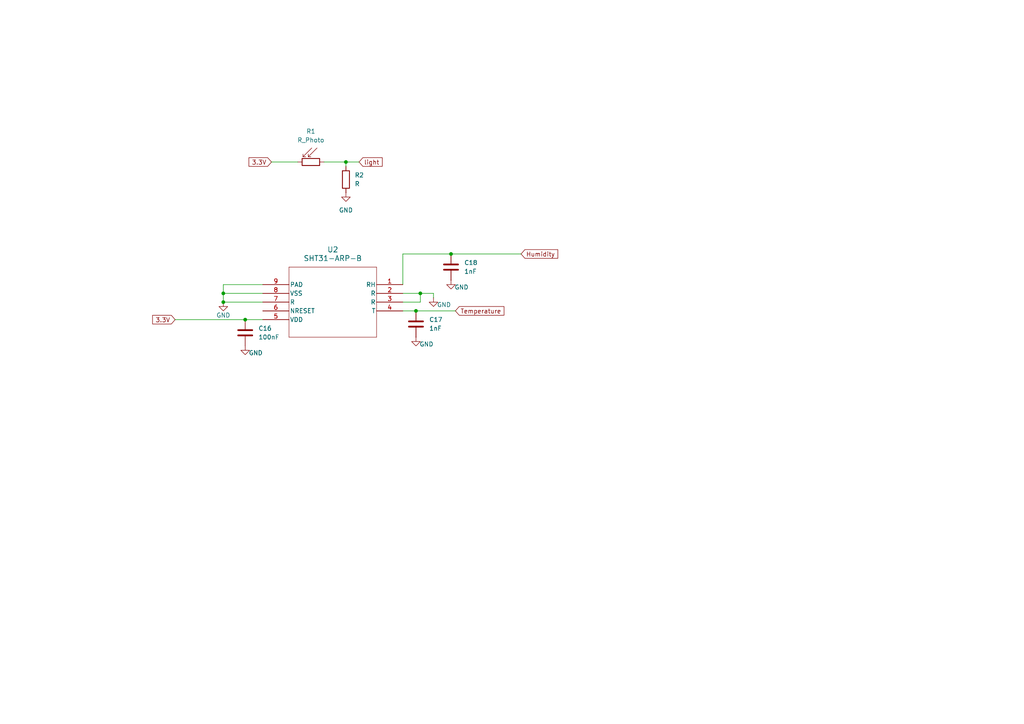
<source format=kicad_sch>
(kicad_sch
	(version 20231120)
	(generator "eeschema")
	(generator_version "8.0")
	(uuid "d49f5fd7-8bfe-46e9-8502-68bd5a6d2d69")
	(paper "A4")
	(lib_symbols
		(symbol "Device:C"
			(pin_numbers hide)
			(pin_names
				(offset 0.254)
			)
			(exclude_from_sim no)
			(in_bom yes)
			(on_board yes)
			(property "Reference" "C"
				(at 0.635 2.54 0)
				(effects
					(font
						(size 1.27 1.27)
					)
					(justify left)
				)
			)
			(property "Value" "C"
				(at 0.635 -2.54 0)
				(effects
					(font
						(size 1.27 1.27)
					)
					(justify left)
				)
			)
			(property "Footprint" ""
				(at 0.9652 -3.81 0)
				(effects
					(font
						(size 1.27 1.27)
					)
					(hide yes)
				)
			)
			(property "Datasheet" "~"
				(at 0 0 0)
				(effects
					(font
						(size 1.27 1.27)
					)
					(hide yes)
				)
			)
			(property "Description" "Unpolarized capacitor"
				(at 0 0 0)
				(effects
					(font
						(size 1.27 1.27)
					)
					(hide yes)
				)
			)
			(property "ki_keywords" "cap capacitor"
				(at 0 0 0)
				(effects
					(font
						(size 1.27 1.27)
					)
					(hide yes)
				)
			)
			(property "ki_fp_filters" "C_*"
				(at 0 0 0)
				(effects
					(font
						(size 1.27 1.27)
					)
					(hide yes)
				)
			)
			(symbol "C_0_1"
				(polyline
					(pts
						(xy -2.032 -0.762) (xy 2.032 -0.762)
					)
					(stroke
						(width 0.508)
						(type default)
					)
					(fill
						(type none)
					)
				)
				(polyline
					(pts
						(xy -2.032 0.762) (xy 2.032 0.762)
					)
					(stroke
						(width 0.508)
						(type default)
					)
					(fill
						(type none)
					)
				)
			)
			(symbol "C_1_1"
				(pin passive line
					(at 0 3.81 270)
					(length 2.794)
					(name "~"
						(effects
							(font
								(size 1.27 1.27)
							)
						)
					)
					(number "1"
						(effects
							(font
								(size 1.27 1.27)
							)
						)
					)
				)
				(pin passive line
					(at 0 -3.81 90)
					(length 2.794)
					(name "~"
						(effects
							(font
								(size 1.27 1.27)
							)
						)
					)
					(number "2"
						(effects
							(font
								(size 1.27 1.27)
							)
						)
					)
				)
			)
		)
		(symbol "Device:R"
			(pin_numbers hide)
			(pin_names
				(offset 0)
			)
			(exclude_from_sim no)
			(in_bom yes)
			(on_board yes)
			(property "Reference" "R"
				(at 2.032 0 90)
				(effects
					(font
						(size 1.27 1.27)
					)
				)
			)
			(property "Value" "R"
				(at 0 0 90)
				(effects
					(font
						(size 1.27 1.27)
					)
				)
			)
			(property "Footprint" ""
				(at -1.778 0 90)
				(effects
					(font
						(size 1.27 1.27)
					)
					(hide yes)
				)
			)
			(property "Datasheet" "~"
				(at 0 0 0)
				(effects
					(font
						(size 1.27 1.27)
					)
					(hide yes)
				)
			)
			(property "Description" "Resistor"
				(at 0 0 0)
				(effects
					(font
						(size 1.27 1.27)
					)
					(hide yes)
				)
			)
			(property "ki_keywords" "R res resistor"
				(at 0 0 0)
				(effects
					(font
						(size 1.27 1.27)
					)
					(hide yes)
				)
			)
			(property "ki_fp_filters" "R_*"
				(at 0 0 0)
				(effects
					(font
						(size 1.27 1.27)
					)
					(hide yes)
				)
			)
			(symbol "R_0_1"
				(rectangle
					(start -1.016 -2.54)
					(end 1.016 2.54)
					(stroke
						(width 0.254)
						(type default)
					)
					(fill
						(type none)
					)
				)
			)
			(symbol "R_1_1"
				(pin passive line
					(at 0 3.81 270)
					(length 1.27)
					(name "~"
						(effects
							(font
								(size 1.27 1.27)
							)
						)
					)
					(number "1"
						(effects
							(font
								(size 1.27 1.27)
							)
						)
					)
				)
				(pin passive line
					(at 0 -3.81 90)
					(length 1.27)
					(name "~"
						(effects
							(font
								(size 1.27 1.27)
							)
						)
					)
					(number "2"
						(effects
							(font
								(size 1.27 1.27)
							)
						)
					)
				)
			)
		)
		(symbol "Device:R_Photo"
			(pin_numbers hide)
			(pin_names
				(offset 0)
			)
			(exclude_from_sim no)
			(in_bom yes)
			(on_board yes)
			(property "Reference" "R"
				(at 1.27 1.27 0)
				(effects
					(font
						(size 1.27 1.27)
					)
					(justify left)
				)
			)
			(property "Value" "R_Photo"
				(at 1.27 0 0)
				(effects
					(font
						(size 1.27 1.27)
					)
					(justify left top)
				)
			)
			(property "Footprint" ""
				(at 1.27 -6.35 90)
				(effects
					(font
						(size 1.27 1.27)
					)
					(justify left)
					(hide yes)
				)
			)
			(property "Datasheet" "~"
				(at 0 -1.27 0)
				(effects
					(font
						(size 1.27 1.27)
					)
					(hide yes)
				)
			)
			(property "Description" "Photoresistor"
				(at 0 0 0)
				(effects
					(font
						(size 1.27 1.27)
					)
					(hide yes)
				)
			)
			(property "ki_keywords" "resistor variable light sensitive opto LDR"
				(at 0 0 0)
				(effects
					(font
						(size 1.27 1.27)
					)
					(hide yes)
				)
			)
			(property "ki_fp_filters" "*LDR* R?LDR*"
				(at 0 0 0)
				(effects
					(font
						(size 1.27 1.27)
					)
					(hide yes)
				)
			)
			(symbol "R_Photo_0_1"
				(rectangle
					(start -1.016 2.54)
					(end 1.016 -2.54)
					(stroke
						(width 0.254)
						(type default)
					)
					(fill
						(type none)
					)
				)
				(polyline
					(pts
						(xy -1.524 -2.286) (xy -4.064 0.254)
					)
					(stroke
						(width 0)
						(type default)
					)
					(fill
						(type none)
					)
				)
				(polyline
					(pts
						(xy -1.524 -2.286) (xy -2.286 -2.286)
					)
					(stroke
						(width 0)
						(type default)
					)
					(fill
						(type none)
					)
				)
				(polyline
					(pts
						(xy -1.524 -2.286) (xy -1.524 -1.524)
					)
					(stroke
						(width 0)
						(type default)
					)
					(fill
						(type none)
					)
				)
				(polyline
					(pts
						(xy -1.524 -0.762) (xy -4.064 1.778)
					)
					(stroke
						(width 0)
						(type default)
					)
					(fill
						(type none)
					)
				)
				(polyline
					(pts
						(xy -1.524 -0.762) (xy -2.286 -0.762)
					)
					(stroke
						(width 0)
						(type default)
					)
					(fill
						(type none)
					)
				)
				(polyline
					(pts
						(xy -1.524 -0.762) (xy -1.524 0)
					)
					(stroke
						(width 0)
						(type default)
					)
					(fill
						(type none)
					)
				)
			)
			(symbol "R_Photo_1_1"
				(pin passive line
					(at 0 3.81 270)
					(length 1.27)
					(name "~"
						(effects
							(font
								(size 1.27 1.27)
							)
						)
					)
					(number "1"
						(effects
							(font
								(size 1.27 1.27)
							)
						)
					)
				)
				(pin passive line
					(at 0 -3.81 90)
					(length 1.27)
					(name "~"
						(effects
							(font
								(size 1.27 1.27)
							)
						)
					)
					(number "2"
						(effects
							(font
								(size 1.27 1.27)
							)
						)
					)
				)
			)
		)
		(symbol "humiditytemp:SHT31-ARP-B"
			(pin_names
				(offset 0.254)
			)
			(exclude_from_sim no)
			(in_bom yes)
			(on_board yes)
			(property "Reference" "U"
				(at 20.32 10.16 0)
				(effects
					(font
						(size 1.524 1.524)
					)
				)
			)
			(property "Value" "SHT31-ARP-B"
				(at 20.32 7.62 0)
				(effects
					(font
						(size 1.524 1.524)
					)
				)
			)
			(property "Footprint" "SHT31-ARP-B_SEN"
				(at 0 0 0)
				(effects
					(font
						(size 1.27 1.27)
						(italic yes)
					)
					(hide yes)
				)
			)
			(property "Datasheet" "SHT31-ARP-B"
				(at 0 0 0)
				(effects
					(font
						(size 1.27 1.27)
						(italic yes)
					)
					(hide yes)
				)
			)
			(property "Description" ""
				(at 0 0 0)
				(effects
					(font
						(size 1.27 1.27)
					)
					(hide yes)
				)
			)
			(property "ki_locked" ""
				(at 0 0 0)
				(effects
					(font
						(size 1.27 1.27)
					)
				)
			)
			(property "ki_keywords" "SHT31-ARP-B"
				(at 0 0 0)
				(effects
					(font
						(size 1.27 1.27)
					)
					(hide yes)
				)
			)
			(property "ki_fp_filters" "SHT31-ARP-B_SEN SHT31-ARP-B_SEN-M SHT31-ARP-B_SEN-L"
				(at 0 0 0)
				(effects
					(font
						(size 1.27 1.27)
					)
					(hide yes)
				)
			)
			(symbol "SHT31-ARP-B_0_1"
				(polyline
					(pts
						(xy 7.62 -15.24) (xy 33.02 -15.24)
					)
					(stroke
						(width 0.127)
						(type default)
					)
					(fill
						(type none)
					)
				)
				(polyline
					(pts
						(xy 7.62 5.08) (xy 7.62 -15.24)
					)
					(stroke
						(width 0.127)
						(type default)
					)
					(fill
						(type none)
					)
				)
				(polyline
					(pts
						(xy 33.02 -15.24) (xy 33.02 5.08)
					)
					(stroke
						(width 0.127)
						(type default)
					)
					(fill
						(type none)
					)
				)
				(polyline
					(pts
						(xy 33.02 5.08) (xy 7.62 5.08)
					)
					(stroke
						(width 0.127)
						(type default)
					)
					(fill
						(type none)
					)
				)
				(pin output line
					(at 0 0 0)
					(length 7.62)
					(name "RH"
						(effects
							(font
								(size 1.27 1.27)
							)
						)
					)
					(number "1"
						(effects
							(font
								(size 1.27 1.27)
							)
						)
					)
				)
				(pin unspecified line
					(at 0 -2.54 0)
					(length 7.62)
					(name "R"
						(effects
							(font
								(size 1.27 1.27)
							)
						)
					)
					(number "2"
						(effects
							(font
								(size 1.27 1.27)
							)
						)
					)
				)
				(pin unspecified line
					(at 0 -5.08 0)
					(length 7.62)
					(name "R"
						(effects
							(font
								(size 1.27 1.27)
							)
						)
					)
					(number "3"
						(effects
							(font
								(size 1.27 1.27)
							)
						)
					)
				)
				(pin output line
					(at 0 -7.62 0)
					(length 7.62)
					(name "T"
						(effects
							(font
								(size 1.27 1.27)
							)
						)
					)
					(number "4"
						(effects
							(font
								(size 1.27 1.27)
							)
						)
					)
				)
				(pin power_in line
					(at 40.64 -10.16 180)
					(length 7.62)
					(name "VDD"
						(effects
							(font
								(size 1.27 1.27)
							)
						)
					)
					(number "5"
						(effects
							(font
								(size 1.27 1.27)
							)
						)
					)
				)
				(pin input line
					(at 40.64 -7.62 180)
					(length 7.62)
					(name "NRESET"
						(effects
							(font
								(size 1.27 1.27)
							)
						)
					)
					(number "6"
						(effects
							(font
								(size 1.27 1.27)
							)
						)
					)
				)
				(pin unspecified line
					(at 40.64 -5.08 180)
					(length 7.62)
					(name "R"
						(effects
							(font
								(size 1.27 1.27)
							)
						)
					)
					(number "7"
						(effects
							(font
								(size 1.27 1.27)
							)
						)
					)
				)
				(pin power_out line
					(at 40.64 -2.54 180)
					(length 7.62)
					(name "VSS"
						(effects
							(font
								(size 1.27 1.27)
							)
						)
					)
					(number "8"
						(effects
							(font
								(size 1.27 1.27)
							)
						)
					)
				)
				(pin power_out line
					(at 40.64 0 180)
					(length 7.62)
					(name "PAD"
						(effects
							(font
								(size 1.27 1.27)
							)
						)
					)
					(number "9"
						(effects
							(font
								(size 1.27 1.27)
							)
						)
					)
				)
			)
		)
		(symbol "power:GND"
			(power)
			(pin_numbers hide)
			(pin_names
				(offset 0) hide)
			(exclude_from_sim no)
			(in_bom yes)
			(on_board yes)
			(property "Reference" "#PWR"
				(at 0 -6.35 0)
				(effects
					(font
						(size 1.27 1.27)
					)
					(hide yes)
				)
			)
			(property "Value" "GND"
				(at 0 -3.81 0)
				(effects
					(font
						(size 1.27 1.27)
					)
				)
			)
			(property "Footprint" ""
				(at 0 0 0)
				(effects
					(font
						(size 1.27 1.27)
					)
					(hide yes)
				)
			)
			(property "Datasheet" ""
				(at 0 0 0)
				(effects
					(font
						(size 1.27 1.27)
					)
					(hide yes)
				)
			)
			(property "Description" "Power symbol creates a global label with name \"GND\" , ground"
				(at 0 0 0)
				(effects
					(font
						(size 1.27 1.27)
					)
					(hide yes)
				)
			)
			(property "ki_keywords" "global power"
				(at 0 0 0)
				(effects
					(font
						(size 1.27 1.27)
					)
					(hide yes)
				)
			)
			(symbol "GND_0_1"
				(polyline
					(pts
						(xy 0 0) (xy 0 -1.27) (xy 1.27 -1.27) (xy 0 -2.54) (xy -1.27 -1.27) (xy 0 -1.27)
					)
					(stroke
						(width 0)
						(type default)
					)
					(fill
						(type none)
					)
				)
			)
			(symbol "GND_1_1"
				(pin power_in line
					(at 0 0 270)
					(length 0)
					(name "~"
						(effects
							(font
								(size 1.27 1.27)
							)
						)
					)
					(number "1"
						(effects
							(font
								(size 1.27 1.27)
							)
						)
					)
				)
			)
		)
	)
	(junction
		(at 121.92 85.09)
		(diameter 0)
		(color 0 0 0 0)
		(uuid "13f80093-204b-4e9c-bbb5-ee86dd6ab084")
	)
	(junction
		(at 130.81 73.66)
		(diameter 0)
		(color 0 0 0 0)
		(uuid "3d434312-5cc2-4043-8d58-09c17900879d")
	)
	(junction
		(at 100.33 46.99)
		(diameter 0)
		(color 0 0 0 0)
		(uuid "758be6f3-2ec4-446d-896d-39d51ce7b09c")
	)
	(junction
		(at 64.77 85.09)
		(diameter 0)
		(color 0 0 0 0)
		(uuid "8273568d-f21f-41b6-96fc-0463b4546629")
	)
	(junction
		(at 64.77 87.63)
		(diameter 0)
		(color 0 0 0 0)
		(uuid "a53989d9-a2cc-4116-a77f-5d4e64d8e09c")
	)
	(junction
		(at 71.12 92.71)
		(diameter 0)
		(color 0 0 0 0)
		(uuid "dcbb596d-100a-44ad-9e25-0d8a77cf0e33")
	)
	(junction
		(at 120.65 90.17)
		(diameter 0)
		(color 0 0 0 0)
		(uuid "fa0b4d0b-06bc-43dc-93ef-ac058c156e9d")
	)
	(wire
		(pts
			(xy 64.77 82.55) (xy 64.77 85.09)
		)
		(stroke
			(width 0)
			(type default)
		)
		(uuid "01dffebb-e51d-4508-a9a4-91a479cf8c1a")
	)
	(wire
		(pts
			(xy 116.84 87.63) (xy 121.92 87.63)
		)
		(stroke
			(width 0)
			(type default)
		)
		(uuid "02c5757a-2b78-4aa1-b63a-6a7af6a85c42")
	)
	(wire
		(pts
			(xy 64.77 85.09) (xy 76.2 85.09)
		)
		(stroke
			(width 0)
			(type default)
		)
		(uuid "15a2419f-4fe1-401d-9c73-a410170f022b")
	)
	(wire
		(pts
			(xy 121.92 85.09) (xy 121.92 87.63)
		)
		(stroke
			(width 0)
			(type default)
		)
		(uuid "19622df5-32d1-49e5-9f8c-9e6d1b56eae1")
	)
	(wire
		(pts
			(xy 130.81 73.66) (xy 151.13 73.66)
		)
		(stroke
			(width 0)
			(type default)
		)
		(uuid "19c8ca81-c443-48e1-a971-0fc62f7d51bb")
	)
	(wire
		(pts
			(xy 116.84 73.66) (xy 130.81 73.66)
		)
		(stroke
			(width 0)
			(type default)
		)
		(uuid "1c3548f3-0040-49f8-b64d-8ae2f42a261c")
	)
	(wire
		(pts
			(xy 116.84 73.66) (xy 116.84 82.55)
		)
		(stroke
			(width 0)
			(type default)
		)
		(uuid "4dae98ce-5894-4712-ab35-952ad36ef1c7")
	)
	(wire
		(pts
			(xy 116.84 90.17) (xy 120.65 90.17)
		)
		(stroke
			(width 0)
			(type default)
		)
		(uuid "614f8b36-cd7c-48a4-bbc9-a54a0b4f2a6a")
	)
	(wire
		(pts
			(xy 125.73 85.09) (xy 125.73 86.36)
		)
		(stroke
			(width 0)
			(type default)
		)
		(uuid "73bd94ee-72c7-46b6-98c1-0da7f1a1d421")
	)
	(wire
		(pts
			(xy 76.2 82.55) (xy 64.77 82.55)
		)
		(stroke
			(width 0)
			(type default)
		)
		(uuid "8282ee30-f37f-403d-aa5b-bf4d25a8e0e2")
	)
	(wire
		(pts
			(xy 93.98 46.99) (xy 100.33 46.99)
		)
		(stroke
			(width 0)
			(type default)
		)
		(uuid "8311f500-5cdb-461c-92f2-9ab13d37bb6c")
	)
	(wire
		(pts
			(xy 50.8 92.71) (xy 71.12 92.71)
		)
		(stroke
			(width 0)
			(type default)
		)
		(uuid "8952aafc-caee-41f7-9184-7a963ac59169")
	)
	(wire
		(pts
			(xy 121.92 85.09) (xy 125.73 85.09)
		)
		(stroke
			(width 0)
			(type default)
		)
		(uuid "8a56c93b-9b00-4c98-9050-ddae964207cf")
	)
	(wire
		(pts
			(xy 116.84 85.09) (xy 121.92 85.09)
		)
		(stroke
			(width 0)
			(type default)
		)
		(uuid "9732b9e9-374c-4b20-b2fd-065eaff4ead7")
	)
	(wire
		(pts
			(xy 100.33 46.99) (xy 100.33 48.26)
		)
		(stroke
			(width 0)
			(type default)
		)
		(uuid "a51b9dda-4108-492d-bb4a-dc674cf1c7ba")
	)
	(wire
		(pts
			(xy 76.2 87.63) (xy 64.77 87.63)
		)
		(stroke
			(width 0)
			(type default)
		)
		(uuid "beb4dbd4-eb9d-4eca-a4e5-cc1eb4d9321e")
	)
	(wire
		(pts
			(xy 71.12 92.71) (xy 76.2 92.71)
		)
		(stroke
			(width 0)
			(type default)
		)
		(uuid "d8b73243-2e2c-4a8a-82e5-ddb45ecbd675")
	)
	(wire
		(pts
			(xy 100.33 46.99) (xy 104.14 46.99)
		)
		(stroke
			(width 0)
			(type default)
		)
		(uuid "e479970a-7184-4c6d-be03-843c752f4583")
	)
	(wire
		(pts
			(xy 120.65 90.17) (xy 132.08 90.17)
		)
		(stroke
			(width 0)
			(type default)
		)
		(uuid "e6454252-bb2d-4bd4-a8c8-b4b17df485be")
	)
	(wire
		(pts
			(xy 64.77 85.09) (xy 64.77 87.63)
		)
		(stroke
			(width 0)
			(type default)
		)
		(uuid "ef6738e3-d6c0-41df-8019-9c2f1c9d3f4d")
	)
	(wire
		(pts
			(xy 78.74 46.99) (xy 86.36 46.99)
		)
		(stroke
			(width 0)
			(type default)
		)
		(uuid "fac09900-b4bb-44c7-9489-813bf016e06e")
	)
	(global_label "3.3V"
		(shape input)
		(at 50.8 92.71 180)
		(fields_autoplaced yes)
		(effects
			(font
				(size 1.27 1.27)
			)
			(justify right)
		)
		(uuid "28821ca7-00f9-43e4-a70a-65dfa6e3e199")
		(property "Intersheetrefs" "${INTERSHEET_REFS}"
			(at 43.7024 92.71 0)
			(effects
				(font
					(size 1.27 1.27)
				)
				(justify right)
				(hide yes)
			)
		)
	)
	(global_label "Humidity"
		(shape input)
		(at 151.13 73.66 0)
		(fields_autoplaced yes)
		(effects
			(font
				(size 1.27 1.27)
			)
			(justify left)
		)
		(uuid "69ba589a-4b1d-499f-8d53-efaed2575c3d")
		(property "Intersheetrefs" "${INTERSHEET_REFS}"
			(at 162.3399 73.66 0)
			(effects
				(font
					(size 1.27 1.27)
				)
				(justify left)
				(hide yes)
			)
		)
	)
	(global_label "light"
		(shape input)
		(at 104.14 46.99 0)
		(fields_autoplaced yes)
		(effects
			(font
				(size 1.27 1.27)
			)
			(justify left)
		)
		(uuid "8f31ae0c-b11f-46f8-97d6-aeedb80fb9a8")
		(property "Intersheetrefs" "${INTERSHEET_REFS}"
			(at 111.4189 46.99 0)
			(effects
				(font
					(size 1.27 1.27)
				)
				(justify left)
				(hide yes)
			)
		)
	)
	(global_label "Temperature"
		(shape input)
		(at 132.08 90.17 0)
		(fields_autoplaced yes)
		(effects
			(font
				(size 1.27 1.27)
			)
			(justify left)
		)
		(uuid "a58aa820-2b71-44e2-8e55-1abe27125695")
		(property "Intersheetrefs" "${INTERSHEET_REFS}"
			(at 146.737 90.17 0)
			(effects
				(font
					(size 1.27 1.27)
				)
				(justify left)
				(hide yes)
			)
		)
	)
	(global_label "3.3V"
		(shape input)
		(at 78.74 46.99 180)
		(fields_autoplaced yes)
		(effects
			(font
				(size 1.27 1.27)
			)
			(justify right)
		)
		(uuid "dc9100b5-03dd-4d43-b96b-fc4546c484df")
		(property "Intersheetrefs" "${INTERSHEET_REFS}"
			(at 71.6424 46.99 0)
			(effects
				(font
					(size 1.27 1.27)
				)
				(justify right)
				(hide yes)
			)
		)
	)
	(symbol
		(lib_id "power:GND")
		(at 130.81 81.28 0)
		(unit 1)
		(exclude_from_sim no)
		(in_bom yes)
		(on_board yes)
		(dnp no)
		(uuid "0bae6720-5875-4fbf-aa38-199419389313")
		(property "Reference" "#PWR016"
			(at 130.81 87.63 0)
			(effects
				(font
					(size 1.27 1.27)
				)
				(hide yes)
			)
		)
		(property "Value" "GND"
			(at 133.858 83.312 0)
			(effects
				(font
					(size 1.27 1.27)
				)
			)
		)
		(property "Footprint" ""
			(at 130.81 81.28 0)
			(effects
				(font
					(size 1.27 1.27)
				)
				(hide yes)
			)
		)
		(property "Datasheet" ""
			(at 130.81 81.28 0)
			(effects
				(font
					(size 1.27 1.27)
				)
				(hide yes)
			)
		)
		(property "Description" "Power symbol creates a global label with name \"GND\" , ground"
			(at 130.81 81.28 0)
			(effects
				(font
					(size 1.27 1.27)
				)
				(hide yes)
			)
		)
		(pin "1"
			(uuid "1fa76359-9cb0-4793-8844-83554ed01fec")
		)
		(instances
			(project "Project2"
				(path "/e8eb11e1-6cec-414d-9150-5cfb3d1c103e/a1364e18-a1b3-493d-93e7-a1770a30bf35"
					(reference "#PWR016")
					(unit 1)
				)
			)
		)
	)
	(symbol
		(lib_id "power:GND")
		(at 120.65 97.79 0)
		(unit 1)
		(exclude_from_sim no)
		(in_bom yes)
		(on_board yes)
		(dnp no)
		(uuid "18749c4b-415b-4973-8810-63f86360872e")
		(property "Reference" "#PWR014"
			(at 120.65 104.14 0)
			(effects
				(font
					(size 1.27 1.27)
				)
				(hide yes)
			)
		)
		(property "Value" "GND"
			(at 123.698 99.822 0)
			(effects
				(font
					(size 1.27 1.27)
				)
			)
		)
		(property "Footprint" ""
			(at 120.65 97.79 0)
			(effects
				(font
					(size 1.27 1.27)
				)
				(hide yes)
			)
		)
		(property "Datasheet" ""
			(at 120.65 97.79 0)
			(effects
				(font
					(size 1.27 1.27)
				)
				(hide yes)
			)
		)
		(property "Description" "Power symbol creates a global label with name \"GND\" , ground"
			(at 120.65 97.79 0)
			(effects
				(font
					(size 1.27 1.27)
				)
				(hide yes)
			)
		)
		(pin "1"
			(uuid "17866c4c-7833-4a03-81a8-65b427f3922a")
		)
		(instances
			(project "Project2"
				(path "/e8eb11e1-6cec-414d-9150-5cfb3d1c103e/a1364e18-a1b3-493d-93e7-a1770a30bf35"
					(reference "#PWR014")
					(unit 1)
				)
			)
		)
	)
	(symbol
		(lib_id "power:GND")
		(at 71.12 100.33 0)
		(unit 1)
		(exclude_from_sim no)
		(in_bom yes)
		(on_board yes)
		(dnp no)
		(uuid "3763cf62-4945-4390-b563-7e1177d9f8a5")
		(property "Reference" "#PWR012"
			(at 71.12 106.68 0)
			(effects
				(font
					(size 1.27 1.27)
				)
				(hide yes)
			)
		)
		(property "Value" "GND"
			(at 74.168 102.362 0)
			(effects
				(font
					(size 1.27 1.27)
				)
			)
		)
		(property "Footprint" ""
			(at 71.12 100.33 0)
			(effects
				(font
					(size 1.27 1.27)
				)
				(hide yes)
			)
		)
		(property "Datasheet" ""
			(at 71.12 100.33 0)
			(effects
				(font
					(size 1.27 1.27)
				)
				(hide yes)
			)
		)
		(property "Description" "Power symbol creates a global label with name \"GND\" , ground"
			(at 71.12 100.33 0)
			(effects
				(font
					(size 1.27 1.27)
				)
				(hide yes)
			)
		)
		(pin "1"
			(uuid "b6f6b706-c388-46c8-885c-0ea728501b47")
		)
		(instances
			(project "Project2"
				(path "/e8eb11e1-6cec-414d-9150-5cfb3d1c103e/a1364e18-a1b3-493d-93e7-a1770a30bf35"
					(reference "#PWR012")
					(unit 1)
				)
			)
		)
	)
	(symbol
		(lib_id "power:GND")
		(at 125.73 86.36 0)
		(unit 1)
		(exclude_from_sim no)
		(in_bom yes)
		(on_board yes)
		(dnp no)
		(uuid "37af2cf1-3a89-42f8-b2d3-b878182adb68")
		(property "Reference" "#PWR015"
			(at 125.73 92.71 0)
			(effects
				(font
					(size 1.27 1.27)
				)
				(hide yes)
			)
		)
		(property "Value" "GND"
			(at 128.778 88.392 0)
			(effects
				(font
					(size 1.27 1.27)
				)
			)
		)
		(property "Footprint" ""
			(at 125.73 86.36 0)
			(effects
				(font
					(size 1.27 1.27)
				)
				(hide yes)
			)
		)
		(property "Datasheet" ""
			(at 125.73 86.36 0)
			(effects
				(font
					(size 1.27 1.27)
				)
				(hide yes)
			)
		)
		(property "Description" "Power symbol creates a global label with name \"GND\" , ground"
			(at 125.73 86.36 0)
			(effects
				(font
					(size 1.27 1.27)
				)
				(hide yes)
			)
		)
		(pin "1"
			(uuid "af24e7cc-c3b1-4209-b663-8b945e67185a")
		)
		(instances
			(project "Project2"
				(path "/e8eb11e1-6cec-414d-9150-5cfb3d1c103e/a1364e18-a1b3-493d-93e7-a1770a30bf35"
					(reference "#PWR015")
					(unit 1)
				)
			)
		)
	)
	(symbol
		(lib_id "power:GND")
		(at 100.33 55.88 0)
		(unit 1)
		(exclude_from_sim no)
		(in_bom yes)
		(on_board yes)
		(dnp no)
		(fields_autoplaced yes)
		(uuid "5e83c2d3-bcfc-49ac-8c01-586178947f46")
		(property "Reference" "#PWR013"
			(at 100.33 62.23 0)
			(effects
				(font
					(size 1.27 1.27)
				)
				(hide yes)
			)
		)
		(property "Value" "GND"
			(at 100.33 60.96 0)
			(effects
				(font
					(size 1.27 1.27)
				)
			)
		)
		(property "Footprint" ""
			(at 100.33 55.88 0)
			(effects
				(font
					(size 1.27 1.27)
				)
				(hide yes)
			)
		)
		(property "Datasheet" ""
			(at 100.33 55.88 0)
			(effects
				(font
					(size 1.27 1.27)
				)
				(hide yes)
			)
		)
		(property "Description" "Power symbol creates a global label with name \"GND\" , ground"
			(at 100.33 55.88 0)
			(effects
				(font
					(size 1.27 1.27)
				)
				(hide yes)
			)
		)
		(pin "1"
			(uuid "90689d5d-d92a-4087-b5d0-2cd84a371f0d")
		)
		(instances
			(project "Project2"
				(path "/e8eb11e1-6cec-414d-9150-5cfb3d1c103e/a1364e18-a1b3-493d-93e7-a1770a30bf35"
					(reference "#PWR013")
					(unit 1)
				)
			)
		)
	)
	(symbol
		(lib_id "Device:C")
		(at 120.65 93.98 0)
		(unit 1)
		(exclude_from_sim no)
		(in_bom yes)
		(on_board yes)
		(dnp no)
		(fields_autoplaced yes)
		(uuid "5f930de2-8031-4ddc-be50-d33787d60504")
		(property "Reference" "C17"
			(at 124.46 92.7099 0)
			(effects
				(font
					(size 1.27 1.27)
				)
				(justify left)
			)
		)
		(property "Value" "1nF"
			(at 124.46 95.2499 0)
			(effects
				(font
					(size 1.27 1.27)
				)
				(justify left)
			)
		)
		(property "Footprint" "Capacitor_SMD:C_0805_2012Metric_Pad1.18x1.45mm_HandSolder"
			(at 121.6152 97.79 0)
			(effects
				(font
					(size 1.27 1.27)
				)
				(hide yes)
			)
		)
		(property "Datasheet" "~"
			(at 120.65 93.98 0)
			(effects
				(font
					(size 1.27 1.27)
				)
				(hide yes)
			)
		)
		(property "Description" "Unpolarized capacitor"
			(at 120.65 93.98 0)
			(effects
				(font
					(size 1.27 1.27)
				)
				(hide yes)
			)
		)
		(pin "2"
			(uuid "3159a0f0-a821-4460-9646-297a68317fb0")
		)
		(pin "1"
			(uuid "8dc0f3d9-dd03-4e85-8531-da5e36bd7abc")
		)
		(instances
			(project "Project2"
				(path "/e8eb11e1-6cec-414d-9150-5cfb3d1c103e/a1364e18-a1b3-493d-93e7-a1770a30bf35"
					(reference "C17")
					(unit 1)
				)
			)
		)
	)
	(symbol
		(lib_id "humiditytemp:SHT31-ARP-B")
		(at 116.84 82.55 0)
		(mirror y)
		(unit 1)
		(exclude_from_sim no)
		(in_bom yes)
		(on_board yes)
		(dnp no)
		(uuid "71163027-f423-4282-ad71-f09c31803861")
		(property "Reference" "U2"
			(at 96.52 72.39 0)
			(effects
				(font
					(size 1.524 1.524)
				)
			)
		)
		(property "Value" "SHT31-ARP-B"
			(at 96.52 74.93 0)
			(effects
				(font
					(size 1.524 1.524)
				)
			)
		)
		(property "Footprint" "Weather Station:SHT31-ARP-B_SEN"
			(at 116.84 82.55 0)
			(effects
				(font
					(size 1.27 1.27)
					(italic yes)
				)
				(hide yes)
			)
		)
		(property "Datasheet" "SHT31-ARP-B"
			(at 116.84 82.55 0)
			(effects
				(font
					(size 1.27 1.27)
					(italic yes)
				)
				(hide yes)
			)
		)
		(property "Description" ""
			(at 116.84 82.55 0)
			(effects
				(font
					(size 1.27 1.27)
				)
				(hide yes)
			)
		)
		(pin "9"
			(uuid "6eeff0a8-6756-4967-9a56-336bffb74d52")
		)
		(pin "2"
			(uuid "9e9e8afe-c1c5-4f53-ba7b-9e26335ae6d3")
		)
		(pin "6"
			(uuid "37d113d3-4f4a-47d3-ab0a-2a4a4346586f")
		)
		(pin "7"
			(uuid "41b44b3e-5b0c-4607-a499-d1bc6392e1d7")
		)
		(pin "1"
			(uuid "97c1f563-a627-4f4b-8455-ce812e32515b")
		)
		(pin "3"
			(uuid "dce705fd-5402-4948-85a0-1df43d79f6da")
		)
		(pin "4"
			(uuid "c589c210-ea64-40d1-8a9f-85cd56740186")
		)
		(pin "8"
			(uuid "6cce48be-42b9-440b-aedd-431de2f36070")
		)
		(pin "5"
			(uuid "8479371c-6e36-4f76-a1fc-3b891583ed01")
		)
		(instances
			(project "Project2"
				(path "/e8eb11e1-6cec-414d-9150-5cfb3d1c103e/a1364e18-a1b3-493d-93e7-a1770a30bf35"
					(reference "U2")
					(unit 1)
				)
			)
		)
	)
	(symbol
		(lib_id "power:GND")
		(at 64.77 87.63 0)
		(unit 1)
		(exclude_from_sim no)
		(in_bom yes)
		(on_board yes)
		(dnp no)
		(uuid "7a6e190a-a911-4f2f-98e1-df92a5c1239e")
		(property "Reference" "#PWR011"
			(at 64.77 93.98 0)
			(effects
				(font
					(size 1.27 1.27)
				)
				(hide yes)
			)
		)
		(property "Value" "GND"
			(at 64.77 91.44 0)
			(effects
				(font
					(size 1.27 1.27)
				)
			)
		)
		(property "Footprint" ""
			(at 64.77 87.63 0)
			(effects
				(font
					(size 1.27 1.27)
				)
				(hide yes)
			)
		)
		(property "Datasheet" ""
			(at 64.77 87.63 0)
			(effects
				(font
					(size 1.27 1.27)
				)
				(hide yes)
			)
		)
		(property "Description" "Power symbol creates a global label with name \"GND\" , ground"
			(at 64.77 87.63 0)
			(effects
				(font
					(size 1.27 1.27)
				)
				(hide yes)
			)
		)
		(pin "1"
			(uuid "e1100273-6ff6-4d64-a88e-d7ec48ff71b8")
		)
		(instances
			(project "Project2"
				(path "/e8eb11e1-6cec-414d-9150-5cfb3d1c103e/a1364e18-a1b3-493d-93e7-a1770a30bf35"
					(reference "#PWR011")
					(unit 1)
				)
			)
		)
	)
	(symbol
		(lib_id "Device:C")
		(at 130.81 77.47 0)
		(unit 1)
		(exclude_from_sim no)
		(in_bom yes)
		(on_board yes)
		(dnp no)
		(fields_autoplaced yes)
		(uuid "8669af11-a1ff-4e3c-9124-cde3b0f7411d")
		(property "Reference" "C18"
			(at 134.62 76.1999 0)
			(effects
				(font
					(size 1.27 1.27)
				)
				(justify left)
			)
		)
		(property "Value" "1nF"
			(at 134.62 78.7399 0)
			(effects
				(font
					(size 1.27 1.27)
				)
				(justify left)
			)
		)
		(property "Footprint" "Capacitor_SMD:C_0805_2012Metric_Pad1.18x1.45mm_HandSolder"
			(at 131.7752 81.28 0)
			(effects
				(font
					(size 1.27 1.27)
				)
				(hide yes)
			)
		)
		(property "Datasheet" "~"
			(at 130.81 77.47 0)
			(effects
				(font
					(size 1.27 1.27)
				)
				(hide yes)
			)
		)
		(property "Description" "Unpolarized capacitor"
			(at 130.81 77.47 0)
			(effects
				(font
					(size 1.27 1.27)
				)
				(hide yes)
			)
		)
		(pin "2"
			(uuid "3550c499-7469-4829-a668-d9fe93eaeffc")
		)
		(pin "1"
			(uuid "1c517242-175f-4845-9739-545beea7e7ea")
		)
		(instances
			(project "Project2"
				(path "/e8eb11e1-6cec-414d-9150-5cfb3d1c103e/a1364e18-a1b3-493d-93e7-a1770a30bf35"
					(reference "C18")
					(unit 1)
				)
			)
		)
	)
	(symbol
		(lib_id "Device:R")
		(at 100.33 52.07 0)
		(unit 1)
		(exclude_from_sim no)
		(in_bom yes)
		(on_board yes)
		(dnp no)
		(fields_autoplaced yes)
		(uuid "99753618-9154-43da-96b4-506143d01220")
		(property "Reference" "R2"
			(at 102.87 50.7999 0)
			(effects
				(font
					(size 1.27 1.27)
				)
				(justify left)
			)
		)
		(property "Value" "R"
			(at 102.87 53.3399 0)
			(effects
				(font
					(size 1.27 1.27)
				)
				(justify left)
			)
		)
		(property "Footprint" "Resistor_SMD:R_0805_2012Metric_Pad1.20x1.40mm_HandSolder"
			(at 98.552 52.07 90)
			(effects
				(font
					(size 1.27 1.27)
				)
				(hide yes)
			)
		)
		(property "Datasheet" "~"
			(at 100.33 52.07 0)
			(effects
				(font
					(size 1.27 1.27)
				)
				(hide yes)
			)
		)
		(property "Description" "Resistor"
			(at 100.33 52.07 0)
			(effects
				(font
					(size 1.27 1.27)
				)
				(hide yes)
			)
		)
		(pin "2"
			(uuid "2883f8a5-6d7c-42c8-af9d-946cc1971bbe")
		)
		(pin "1"
			(uuid "7d98ebdc-df06-44ef-83a5-9f8a3d5914f4")
		)
		(instances
			(project "Project2"
				(path "/e8eb11e1-6cec-414d-9150-5cfb3d1c103e/a1364e18-a1b3-493d-93e7-a1770a30bf35"
					(reference "R2")
					(unit 1)
				)
			)
		)
	)
	(symbol
		(lib_id "Device:R_Photo")
		(at 90.17 46.99 270)
		(unit 1)
		(exclude_from_sim no)
		(in_bom yes)
		(on_board yes)
		(dnp no)
		(fields_autoplaced yes)
		(uuid "ed220690-7495-4be9-9030-81a2893ae820")
		(property "Reference" "R1"
			(at 90.17 38.1 90)
			(effects
				(font
					(size 1.27 1.27)
				)
			)
		)
		(property "Value" "R_Photo"
			(at 90.17 40.64 90)
			(effects
				(font
					(size 1.27 1.27)
				)
			)
		)
		(property "Footprint" "Weather Station:photores"
			(at 83.82 48.26 90)
			(effects
				(font
					(size 1.27 1.27)
				)
				(justify left)
				(hide yes)
			)
		)
		(property "Datasheet" "~"
			(at 88.9 46.99 0)
			(effects
				(font
					(size 1.27 1.27)
				)
				(hide yes)
			)
		)
		(property "Description" "Photoresistor"
			(at 90.17 46.99 0)
			(effects
				(font
					(size 1.27 1.27)
				)
				(hide yes)
			)
		)
		(pin "1"
			(uuid "1d65f3d1-0e06-4f14-8971-1d8bf6aaed69")
		)
		(pin "2"
			(uuid "cb6a5e31-cb94-4c1b-8f5d-4f32355c3de3")
		)
		(instances
			(project "Project2"
				(path "/e8eb11e1-6cec-414d-9150-5cfb3d1c103e/a1364e18-a1b3-493d-93e7-a1770a30bf35"
					(reference "R1")
					(unit 1)
				)
			)
		)
	)
	(symbol
		(lib_id "Device:C")
		(at 71.12 96.52 0)
		(unit 1)
		(exclude_from_sim no)
		(in_bom yes)
		(on_board yes)
		(dnp no)
		(fields_autoplaced yes)
		(uuid "fe975d3d-fb06-4d18-82d8-2c086682005d")
		(property "Reference" "C16"
			(at 74.93 95.2499 0)
			(effects
				(font
					(size 1.27 1.27)
				)
				(justify left)
			)
		)
		(property "Value" "100nF"
			(at 74.93 97.7899 0)
			(effects
				(font
					(size 1.27 1.27)
				)
				(justify left)
			)
		)
		(property "Footprint" "Capacitor_SMD:C_0805_2012Metric_Pad1.18x1.45mm_HandSolder"
			(at 72.0852 100.33 0)
			(effects
				(font
					(size 1.27 1.27)
				)
				(hide yes)
			)
		)
		(property "Datasheet" "~"
			(at 71.12 96.52 0)
			(effects
				(font
					(size 1.27 1.27)
				)
				(hide yes)
			)
		)
		(property "Description" "Unpolarized capacitor"
			(at 71.12 96.52 0)
			(effects
				(font
					(size 1.27 1.27)
				)
				(hide yes)
			)
		)
		(pin "2"
			(uuid "e61f951a-e4bd-4355-900a-92889919df3d")
		)
		(pin "1"
			(uuid "0aecc986-118a-4dee-a109-a650746c2add")
		)
		(instances
			(project "Project2"
				(path "/e8eb11e1-6cec-414d-9150-5cfb3d1c103e/a1364e18-a1b3-493d-93e7-a1770a30bf35"
					(reference "C16")
					(unit 1)
				)
			)
		)
	)
)

</source>
